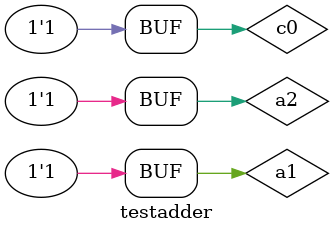
<source format=v>
module testadder;
reg a1,a2,c0;
wire sum,carry;
fabehave designundertest(
.s(sum),
.c(carry),
.a(a1),
.b(a2),
.c0(c0)
);
initial begin
#6;
a1=0;
a2=0;
c0=0;
#6;
a1=0;
a2=0;
c0=1;
#6;
a1=0;
a2=1;
c0=0;
#6;
a1=0;
a2=1;
c0=1;
#6;
a1=1;
a2=0;
c0=0;
#6;
a1=1;
a2=0;
c0=1;
#6;
a1=1;
a2=1;
c0=0;
#6;
a1=1;
a2=1;
c0=1;
#6;
end
endmodule

</source>
